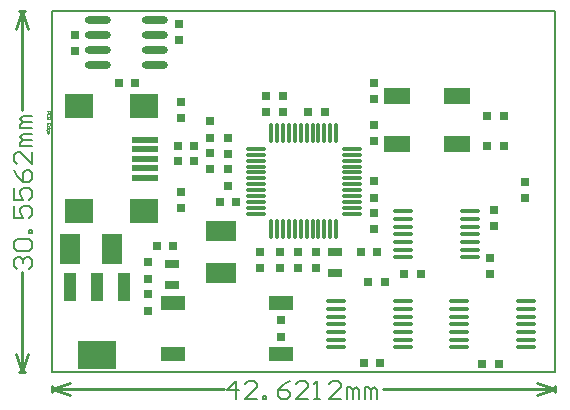
<source format=gtp>
%FSLAX23Y23*%
%MOIN*%
G70*
G01*
G75*
G04 Layer_Color=8421504*
%ADD10C,0.010*%
%ADD11C,0.012*%
%ADD12C,0.015*%
%ADD13C,0.025*%
%ADD14R,0.030X0.030*%
%ADD15R,0.100X0.070*%
%ADD16R,0.030X0.030*%
%ADD17R,0.050X0.030*%
%ADD18O,0.067X0.014*%
%ADD19R,0.070X0.100*%
%ADD20R,0.098X0.079*%
%ADD21R,0.091X0.020*%
%ADD22O,0.012X0.071*%
%ADD23O,0.071X0.012*%
%ADD24R,0.039X0.094*%
%ADD25R,0.130X0.094*%
%ADD26R,0.083X0.051*%
%ADD27O,0.087X0.024*%
%ADD28R,0.087X0.055*%
%ADD29C,0.008*%
%ADD30C,0.001*%
%ADD31R,0.188X0.076*%
%ADD32R,0.107X0.104*%
%ADD33C,0.004*%
%ADD34C,0.006*%
%ADD35C,0.001*%
%ADD36C,0.098*%
%ADD37C,0.024*%
%ADD38R,0.059X0.059*%
%ADD39C,0.059*%
%ADD40C,0.039*%
%ADD41R,0.039X0.039*%
%ADD42C,0.020*%
%ADD43C,0.020*%
%ADD44R,0.283X0.202*%
%ADD45C,0.024*%
%ADD46C,0.010*%
%ADD47C,0.003*%
%ADD48C,0.005*%
%ADD49C,0.002*%
%ADD50C,0.004*%
%ADD51C,0.008*%
D10*
X8828Y7654D02*
Y7985D01*
Y8527D02*
Y8857D01*
X8808Y7714D02*
X8828Y7654D01*
X8848Y7714D01*
X8808Y8797D02*
X8828Y8857D01*
X8848Y8797D01*
X8818Y7654D02*
X8838D01*
X8818Y8857D02*
X8838D01*
X8928Y7598D02*
X9501D01*
X10033D02*
X10606D01*
X8928D02*
X8988Y7618D01*
X8928Y7598D02*
X8988Y7578D01*
X10546Y7618D02*
X10606Y7598D01*
X10546Y7578D02*
X10606Y7598D01*
X8928Y7588D02*
Y7608D01*
X10606Y7588D02*
Y7608D01*
D14*
X9250Y8019D02*
D03*
Y7964D02*
D03*
Y7913D02*
D03*
Y7858D02*
D03*
X9353Y8814D02*
D03*
Y8759D02*
D03*
X9005Y8722D02*
D03*
Y8777D02*
D03*
X10003Y8184D02*
D03*
Y8129D02*
D03*
X9688Y8054D02*
D03*
Y7999D02*
D03*
X9516Y8274D02*
D03*
Y8329D02*
D03*
X9748Y8054D02*
D03*
Y7999D02*
D03*
X9808Y8054D02*
D03*
Y7999D02*
D03*
X9516Y8379D02*
D03*
Y8434D02*
D03*
X9643Y8574D02*
D03*
Y8519D02*
D03*
X10507Y8232D02*
D03*
Y8287D02*
D03*
X10388Y7979D02*
D03*
Y8034D02*
D03*
X10403Y8194D02*
D03*
Y8139D02*
D03*
X9693Y7770D02*
D03*
Y7825D02*
D03*
X9456Y8384D02*
D03*
Y8329D02*
D03*
X9698Y8574D02*
D03*
Y8519D02*
D03*
X10003Y8289D02*
D03*
Y8234D02*
D03*
X9623Y8054D02*
D03*
Y7999D02*
D03*
X9456Y8489D02*
D03*
Y8434D02*
D03*
X9358Y8254D02*
D03*
Y8199D02*
D03*
Y8499D02*
D03*
Y8554D02*
D03*
X10001Y8423D02*
D03*
Y8478D02*
D03*
Y8617D02*
D03*
Y8562D02*
D03*
D15*
X9493Y8124D02*
D03*
Y7984D02*
D03*
D16*
X10013Y8054D02*
D03*
X9958D02*
D03*
X9206Y8616D02*
D03*
X9151D02*
D03*
X9349Y8355D02*
D03*
X9404D02*
D03*
X9349Y8406D02*
D03*
X9404D02*
D03*
X9544Y8220D02*
D03*
X9489D02*
D03*
X10380Y8405D02*
D03*
X10435D02*
D03*
X10380Y8507D02*
D03*
X10435D02*
D03*
X10038Y7952D02*
D03*
X9983D02*
D03*
X9838Y8519D02*
D03*
X9783D02*
D03*
X10104Y7979D02*
D03*
X10159D02*
D03*
X10363Y7680D02*
D03*
X10418D02*
D03*
X9968Y7682D02*
D03*
X10023D02*
D03*
X9333Y8074D02*
D03*
X9278D02*
D03*
D17*
X9873Y7984D02*
D03*
Y8054D02*
D03*
X9328Y7944D02*
D03*
Y8014D02*
D03*
D18*
X10286Y7889D02*
D03*
Y7863D02*
D03*
Y7838D02*
D03*
Y7812D02*
D03*
Y7787D02*
D03*
Y7761D02*
D03*
Y7735D02*
D03*
X10510Y7889D02*
D03*
Y7863D02*
D03*
Y7838D02*
D03*
Y7812D02*
D03*
Y7787D02*
D03*
Y7761D02*
D03*
Y7735D02*
D03*
X9876Y7889D02*
D03*
Y7863D02*
D03*
Y7838D02*
D03*
Y7812D02*
D03*
Y7787D02*
D03*
Y7761D02*
D03*
Y7735D02*
D03*
X10100Y7889D02*
D03*
Y7863D02*
D03*
Y7838D02*
D03*
Y7812D02*
D03*
Y7787D02*
D03*
Y7761D02*
D03*
Y7735D02*
D03*
X10099Y8189D02*
D03*
Y8164D02*
D03*
Y8138D02*
D03*
Y8112D02*
D03*
Y8087D02*
D03*
Y8061D02*
D03*
Y8036D02*
D03*
X10323Y8189D02*
D03*
Y8164D02*
D03*
Y8138D02*
D03*
Y8112D02*
D03*
Y8087D02*
D03*
Y8061D02*
D03*
Y8036D02*
D03*
D19*
X9128Y8064D02*
D03*
X8988D02*
D03*
D20*
X9018Y8189D02*
D03*
Y8539D02*
D03*
X9235D02*
D03*
Y8189D02*
D03*
D21*
X9239Y8427D02*
D03*
Y8396D02*
D03*
Y8364D02*
D03*
Y8333D02*
D03*
Y8301D02*
D03*
D22*
X9660Y8449D02*
D03*
X9680D02*
D03*
X9699D02*
D03*
X9719D02*
D03*
X9739D02*
D03*
X9758D02*
D03*
X9778D02*
D03*
X9798D02*
D03*
X9817D02*
D03*
X9837D02*
D03*
X9857D02*
D03*
X9876D02*
D03*
Y8130D02*
D03*
X9857D02*
D03*
X9837D02*
D03*
X9817D02*
D03*
X9798D02*
D03*
X9778D02*
D03*
X9758D02*
D03*
X9739D02*
D03*
X9719D02*
D03*
X9699D02*
D03*
X9680D02*
D03*
X9660D02*
D03*
D23*
X9928Y8397D02*
D03*
Y8378D02*
D03*
Y8358D02*
D03*
Y8338D02*
D03*
Y8319D02*
D03*
Y8299D02*
D03*
Y8279D02*
D03*
Y8260D02*
D03*
Y8240D02*
D03*
Y8220D02*
D03*
Y8201D02*
D03*
Y8181D02*
D03*
X9609D02*
D03*
Y8201D02*
D03*
Y8220D02*
D03*
Y8240D02*
D03*
Y8260D02*
D03*
Y8279D02*
D03*
Y8299D02*
D03*
Y8319D02*
D03*
Y8338D02*
D03*
Y8358D02*
D03*
Y8378D02*
D03*
Y8397D02*
D03*
D24*
X9169Y7938D02*
D03*
X9078Y7938D02*
D03*
X8988Y7938D02*
D03*
D25*
X9078Y7710D02*
D03*
D26*
X9332Y7883D02*
D03*
X9691D02*
D03*
X9332Y7713D02*
D03*
X9691D02*
D03*
D27*
X9084Y8825D02*
D03*
Y8775D02*
D03*
Y8725D02*
D03*
Y8675D02*
D03*
X9272Y8825D02*
D03*
Y8775D02*
D03*
Y8725D02*
D03*
Y8675D02*
D03*
D28*
X10078Y8414D02*
D03*
X10278Y8574D02*
D03*
X10078D02*
D03*
X10278Y8414D02*
D03*
D29*
X8928Y7654D02*
X10607D01*
X8928D02*
Y8857D01*
X10607D01*
Y7654D02*
Y8857D01*
D33*
X8930Y8169D02*
Y8559D01*
D34*
X8814Y7995D02*
X8804Y8005D01*
Y8025D01*
X8814Y8035D01*
X8824D01*
X8834Y8025D01*
Y8015D01*
Y8025D01*
X8844Y8035D01*
X8854D01*
X8864Y8025D01*
Y8005D01*
X8854Y7995D01*
X8814Y8055D02*
X8804Y8065D01*
Y8085D01*
X8814Y8095D01*
X8854D01*
X8864Y8085D01*
Y8065D01*
X8854Y8055D01*
X8814D01*
X8864Y8115D02*
X8854D01*
Y8125D01*
X8864D01*
Y8115D01*
X8804Y8205D02*
Y8165D01*
X8834D01*
X8824Y8185D01*
Y8195D01*
X8834Y8205D01*
X8854D01*
X8864Y8195D01*
Y8175D01*
X8854Y8165D01*
X8804Y8265D02*
Y8225D01*
X8834D01*
X8824Y8245D01*
Y8255D01*
X8834Y8265D01*
X8854D01*
X8864Y8255D01*
Y8235D01*
X8854Y8225D01*
X8804Y8325D02*
X8814Y8305D01*
X8834Y8285D01*
X8854D01*
X8864Y8295D01*
Y8315D01*
X8854Y8325D01*
X8844D01*
X8834Y8315D01*
Y8285D01*
X8864Y8385D02*
Y8345D01*
X8824Y8385D01*
X8814D01*
X8804Y8375D01*
Y8355D01*
X8814Y8345D01*
X8864Y8405D02*
X8824D01*
Y8415D01*
X8834Y8425D01*
X8864D01*
X8834D01*
X8824Y8435D01*
X8834Y8445D01*
X8864D01*
Y8465D02*
X8824D01*
Y8475D01*
X8834Y8485D01*
X8864D01*
X8834D01*
X8824Y8495D01*
X8834Y8505D01*
X8864D01*
X9541Y7562D02*
Y7622D01*
X9511Y7592D01*
X9551D01*
X9611Y7562D02*
X9571D01*
X9611Y7602D01*
Y7612D01*
X9601Y7622D01*
X9581D01*
X9571Y7612D01*
X9631Y7562D02*
Y7572D01*
X9641D01*
Y7562D01*
X9631D01*
X9721Y7622D02*
X9701Y7612D01*
X9681Y7592D01*
Y7572D01*
X9691Y7562D01*
X9711D01*
X9721Y7572D01*
Y7582D01*
X9711Y7592D01*
X9681D01*
X9781Y7562D02*
X9741D01*
X9781Y7602D01*
Y7612D01*
X9771Y7622D01*
X9751D01*
X9741Y7612D01*
X9801Y7562D02*
X9821D01*
X9811D01*
Y7622D01*
X9801Y7612D01*
X9891Y7562D02*
X9851D01*
X9891Y7602D01*
Y7612D01*
X9881Y7622D01*
X9861D01*
X9851Y7612D01*
X9911Y7562D02*
Y7602D01*
X9921D01*
X9931Y7592D01*
Y7562D01*
Y7592D01*
X9941Y7602D01*
X9951Y7592D01*
Y7562D01*
X9971D02*
Y7602D01*
X9981D01*
X9991Y7592D01*
Y7562D01*
Y7592D01*
X10001Y7602D01*
X10011Y7592D01*
Y7562D01*
D35*
X8913Y8523D02*
X8922D01*
Y8518D01*
X8921Y8517D01*
X8917D01*
X8916Y8518D01*
Y8523D01*
X8921Y8507D02*
X8922Y8508D01*
Y8512D01*
X8921Y8513D01*
X8914D01*
X8913Y8512D01*
Y8508D01*
X8914Y8507D01*
X8922Y8504D02*
X8913D01*
Y8499D01*
X8914Y8497D01*
X8916D01*
X8917Y8499D01*
Y8504D01*
Y8499D01*
X8919Y8497D01*
X8921D01*
X8922Y8499D01*
Y8504D01*
Y8477D02*
Y8484D01*
X8913D01*
Y8477D01*
X8917Y8484D02*
Y8481D01*
X8922Y8467D02*
X8913D01*
Y8472D01*
X8914Y8474D01*
X8917D01*
X8919Y8472D01*
Y8467D01*
X8909Y8461D02*
Y8459D01*
X8911Y8458D01*
X8919D01*
Y8463D01*
X8917Y8464D01*
X8914D01*
X8913Y8463D01*
Y8458D01*
Y8449D02*
Y8453D01*
X8914Y8454D01*
X8917D01*
X8919Y8453D01*
Y8449D01*
X8917Y8448D01*
X8916D01*
Y8454D01*
M02*

</source>
